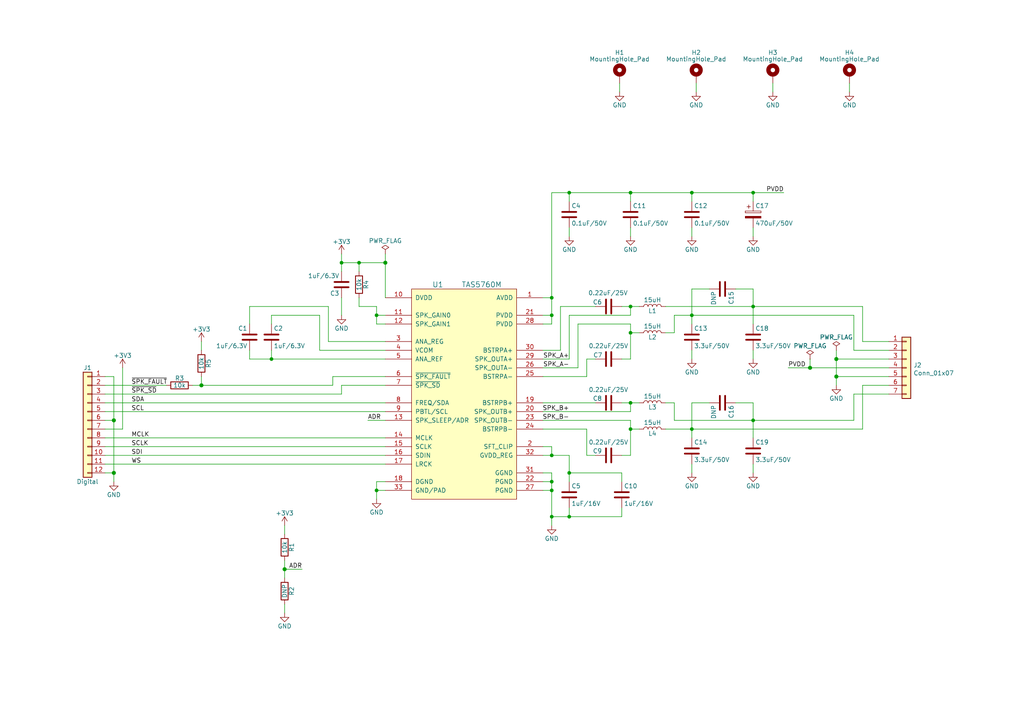
<source format=kicad_sch>
(kicad_sch (version 20210406) (generator eeschema)
  (paper "A4")
  (lib_symbols
    (symbol "Connector_Generic:Conn_01x07" (pin_names (offset 1.016) hide)
      (property "Reference" "J" (at 0 10.16 0))
      (property "Value" "Conn_01x07" (at 0 -10.16 0))
      (symbol "Conn_01x07_1_1"
        (rectangle (start -1.27 -7.493) (end 0 -7.747) (stroke (width 0.1524)))
        (rectangle (start -1.27 -4.953) (end 0 -5.207) (stroke (width 0.1524)))
        (rectangle (start -1.27 -2.413) (end 0 -2.667) (stroke (width 0.1524)))
        (rectangle (start -1.27 0.127) (end 0 -0.127) (stroke (width 0.1524)))
        (rectangle (start -1.27 2.667) (end 0 2.413) (stroke (width 0.1524)))
        (rectangle (start -1.27 5.207) (end 0 4.953) (stroke (width 0.1524)))
        (rectangle (start -1.27 7.747) (end 0 7.493) (stroke (width 0.1524)))
        (rectangle (start -1.27 8.89) (end 1.27 -8.89) (stroke (width 0.254)) (fill (type background)))
        (pin passive line (at -5.08 7.62 0) (length 3.81) (name "Pin_1") (number "1"))
        (pin passive line (at -5.08 5.08 0) (length 3.81) (name "Pin_2") (number "2"))
        (pin passive line (at -5.08 2.54 0) (length 3.81) (name "Pin_3") (number "3"))
        (pin passive line (at -5.08 0 0) (length 3.81) (name "Pin_4") (number "4"))
        (pin passive line (at -5.08 -2.54 0) (length 3.81) (name "Pin_5") (number "5"))
        (pin passive line (at -5.08 -5.08 0) (length 3.81) (name "Pin_6") (number "6"))
        (pin passive line (at -5.08 -7.62 0) (length 3.81) (name "Pin_7") (number "7"))
      )
    )
    (symbol "Connector_Generic:Conn_01x12" (pin_names (offset 1.016) hide)
      (property "Reference" "J" (at 0 15.24 0))
      (property "Value" "Conn_01x12" (at 0 -17.78 0))
      (symbol "Conn_01x12_1_1"
        (rectangle (start -1.27 -15.113) (end 0 -15.367) (stroke (width 0.1524)))
        (rectangle (start -1.27 -12.573) (end 0 -12.827) (stroke (width 0.1524)))
        (rectangle (start -1.27 -10.033) (end 0 -10.287) (stroke (width 0.1524)))
        (rectangle (start -1.27 -7.493) (end 0 -7.747) (stroke (width 0.1524)))
        (rectangle (start -1.27 -4.953) (end 0 -5.207) (stroke (width 0.1524)))
        (rectangle (start -1.27 -2.413) (end 0 -2.667) (stroke (width 0.1524)))
        (rectangle (start -1.27 0.127) (end 0 -0.127) (stroke (width 0.1524)))
        (rectangle (start -1.27 2.667) (end 0 2.413) (stroke (width 0.1524)))
        (rectangle (start -1.27 5.207) (end 0 4.953) (stroke (width 0.1524)))
        (rectangle (start -1.27 7.747) (end 0 7.493) (stroke (width 0.1524)))
        (rectangle (start -1.27 10.287) (end 0 10.033) (stroke (width 0.1524)))
        (rectangle (start -1.27 12.827) (end 0 12.573) (stroke (width 0.1524)))
        (rectangle (start -1.27 13.97) (end 1.27 -16.51) (stroke (width 0.254)) (fill (type background)))
        (pin passive line (at -5.08 12.7 0) (length 3.81) (name "Pin_1") (number "1"))
        (pin passive line (at -5.08 -10.16 0) (length 3.81) (name "Pin_10") (number "10"))
        (pin passive line (at -5.08 -12.7 0) (length 3.81) (name "Pin_11") (number "11"))
        (pin passive line (at -5.08 -15.24 0) (length 3.81) (name "Pin_12") (number "12"))
        (pin passive line (at -5.08 10.16 0) (length 3.81) (name "Pin_2") (number "2"))
        (pin passive line (at -5.08 7.62 0) (length 3.81) (name "Pin_3") (number "3"))
        (pin passive line (at -5.08 5.08 0) (length 3.81) (name "Pin_4") (number "4"))
        (pin passive line (at -5.08 2.54 0) (length 3.81) (name "Pin_5") (number "5"))
        (pin passive line (at -5.08 0 0) (length 3.81) (name "Pin_6") (number "6"))
        (pin passive line (at -5.08 -2.54 0) (length 3.81) (name "Pin_7") (number "7"))
        (pin passive line (at -5.08 -5.08 0) (length 3.81) (name "Pin_8") (number "8"))
        (pin passive line (at -5.08 -7.62 0) (length 3.81) (name "Pin_9") (number "9"))
      )
    )
    (symbol "Device:C" (pin_numbers hide) (pin_names (offset 0.254))
      (property "Reference" "C" (at 0.635 2.54 0))
      (property "Value" "C" (at 0.635 -2.54 0))
      (symbol "C_0_1"
        (polyline (pts (xy -2.032 -0.762) (xy 2.032 -0.762)) (stroke (width 0.508)))
        (polyline (pts (xy -2.032 0.762) (xy 2.032 0.762)) (stroke (width 0.508)))
      )
      (symbol "C_1_1"
        (pin passive line (at 0 3.81 270) (length 2.794) (name "~") (number "1"))
        (pin passive line (at 0 -3.81 90) (length 2.794) (name "~") (number "2"))
      )
    )
    (symbol "Device:C_Polarized" (pin_numbers hide) (pin_names (offset 0.254))
      (property "Reference" "C" (at 0.635 2.54 0))
      (property "Value" "C_Polarized" (at 0.635 -2.54 0))
      (symbol "C_Polarized_0_1"
        (rectangle (start -2.286 0.508) (end 2.286 1.016))
        (rectangle (start 2.286 -0.508) (end -2.286 -1.016) (fill (type outline)))
        (polyline (pts (xy -1.778 2.286) (xy -0.762 2.286)))
        (polyline (pts (xy -1.27 2.794) (xy -1.27 1.778)))
      )
      (symbol "C_Polarized_1_1"
        (pin passive line (at 0 3.81 270) (length 2.794) (name "~") (number "1"))
        (pin passive line (at 0 -3.81 90) (length 2.794) (name "~") (number "2"))
      )
    )
    (symbol "Device:L" (pin_numbers hide) (pin_names (offset 1.016) hide)
      (property "Reference" "L" (at -1.27 0 90))
      (property "Value" "L" (at 1.905 0 90))
      (symbol "L_0_1"
        (arc (start 0 -2.54) (end 0 -1.27) (radius (at 0 -1.905) (length 0.635) (angles -89.9 89.9)))
        (arc (start 0 -1.27) (end 0 0) (radius (at 0 -0.635) (length 0.635) (angles -89.9 89.9)))
        (arc (start 0 0) (end 0 1.27) (radius (at 0 0.635) (length 0.635) (angles -89.9 89.9)))
        (arc (start 0 1.27) (end 0 2.54) (radius (at 0 1.905) (length 0.635) (angles -89.9 89.9)))
      )
      (symbol "L_1_1"
        (pin passive line (at 0 3.81 270) (length 1.27) (name "1") (number "1"))
        (pin passive line (at 0 -3.81 90) (length 1.27) (name "2") (number "2"))
      )
    )
    (symbol "Device:R" (pin_numbers hide) (pin_names (offset 0))
      (property "Reference" "R" (at 2.032 0 90))
      (property "Value" "R" (at 0 0 90))
      (symbol "R_0_1"
        (rectangle (start -1.016 -2.54) (end 1.016 2.54) (stroke (width 0.254)))
      )
      (symbol "R_1_1"
        (pin passive line (at 0 3.81 270) (length 1.27) (name "~") (number "1"))
        (pin passive line (at 0 -3.81 90) (length 1.27) (name "~") (number "2"))
      )
    )
    (symbol "HackAmp-Symbols:TAS5760M" (pin_names (offset 1.016))
      (property "Reference" "U" (at -7.62 31.75 0))
      (property "Value" "TAS5760M" (at 5.08 31.75 0))
      (symbol "TAS5760M_1_1"
        (rectangle (start -15.24 -30.48) (end 15.24 30.48) (fill (type background)))
        (pin power_in line (at 22.86 27.94 180) (length 7.62) (name "AVDD") (number "1"))
        (pin power_in line (at -22.86 27.94 0) (length 7.62) (name "DVDD") (number "10"))
        (pin input line (at -22.86 22.86 0) (length 7.62) (name "SPK_GAIN0") (number "11"))
        (pin input line (at -22.86 20.32 0) (length 7.62) (name "SPK_GAIN1") (number "12"))
        (pin input line (at -22.86 -7.62 0) (length 7.62) (name "SPK_SLEEP/ADR") (number "13"))
        (pin input line (at -22.86 -12.7 0) (length 7.62) (name "MCLK") (number "14"))
        (pin input line (at -22.86 -15.24 0) (length 7.62) (name "SCLK") (number "15"))
        (pin input line (at -22.86 -17.78 0) (length 7.62) (name "SDIN") (number "16"))
        (pin input line (at -22.86 -20.32 0) (length 7.62) (name "LRCK") (number "17"))
        (pin power_in line (at -22.86 -25.4 0) (length 7.62) (name "DGND") (number "18"))
        (pin power_out line (at 22.86 -2.54 180) (length 7.62) (name "BSTRPB+") (number "19"))
        (pin input line (at 22.86 -15.24 180) (length 7.62) (name "SFT_CLIP") (number "2"))
        (pin output line (at 22.86 -5.08 180) (length 7.62) (name "SPK_OUTB+") (number "20"))
        (pin power_in line (at 22.86 22.86 180) (length 7.62) (name "PVDD") (number "21"))
        (pin power_in line (at 22.86 -25.4 180) (length 7.62) (name "PGND") (number "22"))
        (pin output line (at 22.86 -7.62 180) (length 7.62) (name "SPK_OUTB-") (number "23"))
        (pin power_out line (at 22.86 -10.16 180) (length 7.62) (name "BSTRPB-") (number "24"))
        (pin power_out line (at 22.86 5.08 180) (length 7.62) (name "BSTRPA-") (number "25"))
        (pin output line (at 22.86 7.62 180) (length 7.62) (name "SPK_OUTA-") (number "26"))
        (pin power_in line (at 22.86 -27.94 180) (length 7.62) (name "PGND") (number "27"))
        (pin power_in line (at 22.86 20.32 180) (length 7.62) (name "PVDD") (number "28"))
        (pin output line (at 22.86 10.16 180) (length 7.62) (name "SPK_OUTA+") (number "29"))
        (pin power_out line (at -22.86 15.24 0) (length 7.62) (name "ANA_REG") (number "3"))
        (pin power_out line (at 22.86 12.7 180) (length 7.62) (name "BSTRPA+") (number "30"))
        (pin power_in line (at 22.86 -22.86 180) (length 7.62) (name "GGND") (number "31"))
        (pin power_out line (at 22.86 -17.78 180) (length 7.62) (name "GVDD_REG") (number "32"))
        (pin power_in line (at -22.86 -27.94 0) (length 7.62) (name "GND/PAD") (number "33"))
        (pin power_out line (at -22.86 12.7 0) (length 7.62) (name "VCOM") (number "4"))
        (pin power_out line (at -22.86 10.16 0) (length 7.62) (name "ANA_REF") (number "5"))
        (pin output line (at -22.86 5.08 0) (length 7.62) (name "~SPK_FAULT") (number "6"))
        (pin output line (at -22.86 2.54 0) (length 7.62) (name "~SPK_SD") (number "7"))
        (pin input line (at -22.86 -2.54 0) (length 7.62) (name "FREQ/SDA") (number "8"))
        (pin input line (at -22.86 -5.08 0) (length 7.62) (name "PBTL/SCL") (number "9"))
      )
    )
    (symbol "Mechanical:MountingHole_Pad" (pin_numbers hide) (pin_names (offset 1.016) hide)
      (property "Reference" "H" (at 0 6.35 0))
      (property "Value" "MountingHole_Pad" (at 0 4.445 0))
      (symbol "MountingHole_Pad_0_1"
        (circle (center 0 1.27) (radius 1.27) (stroke (width 1.27)))
      )
      (symbol "MountingHole_Pad_1_1"
        (pin input line (at 0 -2.54 90) (length 2.54) (name "1") (number "1"))
      )
    )
    (symbol "power:+3V3" (power) (pin_names (offset 0))
      (property "Value" "+3V3" (at 0 3.556 0))
      (symbol "+3V3_0_1"
        (polyline (pts (xy -0.762 1.27) (xy 0 2.54)))
        (polyline (pts (xy 0 0) (xy 0 2.54)))
        (polyline (pts (xy 0 2.54) (xy 0.762 1.27)))
      )
      (symbol "+3V3_1_1"
        (pin power_in line (at 0 0 90) (length 0) hide (name "+3V3") (number "1"))
      )
    )
    (symbol "power:GND" (power) (pin_names (offset 0))
      (property "Value" "GND" (at 0 -3.81 0))
      (symbol "GND_0_1"
        (polyline (pts (xy 0 0) (xy 0 -1.27) (xy 1.27 -1.27) (xy 0 -2.54) (xy -1.27 -1.27) (xy 0 -1.27)))
      )
      (symbol "GND_1_1"
        (pin power_in line (at 0 0 270) (length 0) hide (name "GND") (number "1"))
      )
    )
    (symbol "power:PWR_FLAG" (power) (pin_numbers hide) (pin_names (offset 0) hide)
      (property "Value" "PWR_FLAG" (at 0 3.81 0))
      (symbol "PWR_FLAG_0_0"
        (pin power_out line (at 0 0 90) (length 0) (name "pwr") (number "1"))
      )
      (symbol "PWR_FLAG_0_1"
        (polyline (pts (xy 0 0) (xy 0 1.27) (xy -1.016 1.905) (xy 0 2.54) (xy 1.016 1.905) (xy 0 1.27)))
      )
    )
  )
  (junction (at 33.02 121.92) (diameter 1.016))
  (junction (at 33.02 137.16) (diameter 1.016))
  (junction (at 58.42 111.76) (diameter 1.016))
  (junction (at 78.74 104.14) (diameter 0.9144))
  (junction (at 82.55 165.1) (diameter 1.016))
  (junction (at 99.06 76.2) (diameter 0.9144))
  (junction (at 104.14 76.2) (diameter 0.9144))
  (junction (at 109.22 91.44) (diameter 0.9144))
  (junction (at 109.22 142.24) (diameter 0.9144))
  (junction (at 111.76 76.2) (diameter 1.016))
  (junction (at 160.02 86.36) (diameter 0.9144))
  (junction (at 160.02 91.44) (diameter 0.9144))
  (junction (at 160.02 132.08) (diameter 0.9144))
  (junction (at 160.02 139.7) (diameter 0.9144))
  (junction (at 160.02 142.24) (diameter 0.9144))
  (junction (at 160.02 149.86) (diameter 0.9144))
  (junction (at 165.1 55.88) (diameter 0.9144))
  (junction (at 165.1 137.16) (diameter 0.9144))
  (junction (at 165.1 149.86) (diameter 0.9144))
  (junction (at 182.88 55.88) (diameter 0.9144))
  (junction (at 182.88 88.9) (diameter 0.9144))
  (junction (at 182.88 96.52) (diameter 0.9144))
  (junction (at 182.88 116.84) (diameter 0.9144))
  (junction (at 182.88 124.46) (diameter 0.9144))
  (junction (at 200.66 55.88) (diameter 0.9144))
  (junction (at 200.66 91.44) (diameter 0.9144))
  (junction (at 200.66 124.46) (diameter 0.9144))
  (junction (at 218.44 55.88) (diameter 0.9144))
  (junction (at 218.44 88.9) (diameter 0.9144))
  (junction (at 218.44 121.92) (diameter 0.9144))
  (junction (at 234.95 106.68) (diameter 1.016))
  (junction (at 242.57 104.14) (diameter 1.016))
  (junction (at 242.57 109.22) (diameter 1.016))
  (wire (pts (xy 30.48 111.76) (xy 48.26 111.76)))
  (wire (pts (xy 30.48 114.3) (xy 99.06 114.3)))
  (wire (pts (xy 30.48 116.84) (xy 111.76 116.84)))
  (wire (pts (xy 30.48 119.38) (xy 111.76 119.38)))
  (wire (pts (xy 30.48 124.46) (xy 35.56 124.46)))
  (wire (pts (xy 30.48 127) (xy 111.76 127)))
  (wire (pts (xy 30.48 129.54) (xy 111.76 129.54)))
  (wire (pts (xy 30.48 132.08) (xy 111.76 132.08)))
  (wire (pts (xy 30.48 134.62) (xy 111.76 134.62)))
  (wire (pts (xy 33.02 109.22) (xy 30.48 109.22)))
  (wire (pts (xy 33.02 121.92) (xy 30.48 121.92)))
  (wire (pts (xy 33.02 121.92) (xy 33.02 109.22)))
  (wire (pts (xy 33.02 137.16) (xy 30.48 137.16)))
  (wire (pts (xy 33.02 137.16) (xy 33.02 121.92)))
  (wire (pts (xy 33.02 139.7) (xy 33.02 137.16)))
  (wire (pts (xy 35.56 124.46) (xy 35.56 106.68)))
  (wire (pts (xy 58.42 99.06) (xy 58.42 101.6)))
  (wire (pts (xy 58.42 109.22) (xy 58.42 111.76)))
  (wire (pts (xy 58.42 111.76) (xy 55.88 111.76)))
  (wire (pts (xy 72.39 88.9) (xy 72.39 93.98)))
  (wire (pts (xy 72.39 101.6) (xy 72.39 104.14)))
  (wire (pts (xy 72.39 104.14) (xy 78.74 104.14)))
  (wire (pts (xy 78.74 91.44) (xy 78.74 93.98)))
  (wire (pts (xy 78.74 91.44) (xy 92.71 91.44)))
  (wire (pts (xy 78.74 101.6) (xy 78.74 104.14)))
  (wire (pts (xy 78.74 104.14) (xy 111.76 104.14)))
  (wire (pts (xy 82.55 152.4) (xy 82.55 154.94)))
  (wire (pts (xy 82.55 162.56) (xy 82.55 165.1)))
  (wire (pts (xy 82.55 165.1) (xy 82.55 167.64)))
  (wire (pts (xy 82.55 175.26) (xy 82.55 177.8)))
  (wire (pts (xy 87.63 165.1) (xy 82.55 165.1)))
  (wire (pts (xy 92.71 91.44) (xy 92.71 101.6)))
  (wire (pts (xy 92.71 101.6) (xy 111.76 101.6)))
  (wire (pts (xy 95.25 88.9) (xy 72.39 88.9)))
  (wire (pts (xy 95.25 99.06) (xy 95.25 88.9)))
  (wire (pts (xy 96.52 109.22) (xy 96.52 111.76)))
  (wire (pts (xy 96.52 111.76) (xy 58.42 111.76)))
  (wire (pts (xy 99.06 73.66) (xy 99.06 76.2)))
  (wire (pts (xy 99.06 76.2) (xy 99.06 78.74)))
  (wire (pts (xy 99.06 76.2) (xy 104.14 76.2)))
  (wire (pts (xy 99.06 86.36) (xy 99.06 91.44)))
  (wire (pts (xy 99.06 111.76) (xy 99.06 114.3)))
  (wire (pts (xy 99.06 111.76) (xy 111.76 111.76)))
  (wire (pts (xy 104.14 76.2) (xy 104.14 78.74)))
  (wire (pts (xy 104.14 88.9) (xy 104.14 86.36)))
  (wire (pts (xy 106.68 121.92) (xy 111.76 121.92)))
  (wire (pts (xy 109.22 88.9) (xy 104.14 88.9)))
  (wire (pts (xy 109.22 88.9) (xy 109.22 91.44)))
  (wire (pts (xy 109.22 91.44) (xy 109.22 93.98)))
  (wire (pts (xy 109.22 93.98) (xy 111.76 93.98)))
  (wire (pts (xy 109.22 139.7) (xy 109.22 142.24)))
  (wire (pts (xy 109.22 142.24) (xy 109.22 144.78)))
  (wire (pts (xy 109.22 142.24) (xy 111.76 142.24)))
  (wire (pts (xy 111.76 73.66) (xy 111.76 76.2)))
  (wire (pts (xy 111.76 76.2) (xy 104.14 76.2)))
  (wire (pts (xy 111.76 86.36) (xy 111.76 76.2)))
  (wire (pts (xy 111.76 91.44) (xy 109.22 91.44)))
  (wire (pts (xy 111.76 99.06) (xy 95.25 99.06)))
  (wire (pts (xy 111.76 109.22) (xy 96.52 109.22)))
  (wire (pts (xy 111.76 139.7) (xy 109.22 139.7)))
  (wire (pts (xy 157.48 86.36) (xy 160.02 86.36)))
  (wire (pts (xy 157.48 91.44) (xy 160.02 91.44)))
  (wire (pts (xy 157.48 93.98) (xy 160.02 93.98)))
  (wire (pts (xy 157.48 106.68) (xy 167.64 106.68)))
  (wire (pts (xy 157.48 116.84) (xy 172.72 116.84)))
  (wire (pts (xy 157.48 121.92) (xy 182.88 121.92)))
  (wire (pts (xy 157.48 129.54) (xy 160.02 129.54)))
  (wire (pts (xy 157.48 132.08) (xy 160.02 132.08)))
  (wire (pts (xy 157.48 137.16) (xy 160.02 137.16)))
  (wire (pts (xy 157.48 139.7) (xy 160.02 139.7)))
  (wire (pts (xy 160.02 55.88) (xy 160.02 86.36)))
  (wire (pts (xy 160.02 55.88) (xy 165.1 55.88)))
  (wire (pts (xy 160.02 91.44) (xy 160.02 86.36)))
  (wire (pts (xy 160.02 93.98) (xy 160.02 91.44)))
  (wire (pts (xy 160.02 129.54) (xy 160.02 132.08)))
  (wire (pts (xy 160.02 137.16) (xy 160.02 139.7)))
  (wire (pts (xy 160.02 139.7) (xy 160.02 142.24)))
  (wire (pts (xy 160.02 142.24) (xy 157.48 142.24)))
  (wire (pts (xy 160.02 149.86) (xy 160.02 142.24)))
  (wire (pts (xy 160.02 149.86) (xy 160.02 152.4)))
  (wire (pts (xy 162.56 88.9) (xy 162.56 101.6)))
  (wire (pts (xy 162.56 101.6) (xy 157.48 101.6)))
  (wire (pts (xy 165.1 55.88) (xy 165.1 58.42)))
  (wire (pts (xy 165.1 66.04) (xy 165.1 68.58)))
  (wire (pts (xy 165.1 91.44) (xy 165.1 104.14)))
  (wire (pts (xy 165.1 104.14) (xy 157.48 104.14)))
  (wire (pts (xy 165.1 132.08) (xy 160.02 132.08)))
  (wire (pts (xy 165.1 137.16) (xy 165.1 132.08)))
  (wire (pts (xy 165.1 137.16) (xy 165.1 139.7)))
  (wire (pts (xy 165.1 137.16) (xy 180.34 137.16)))
  (wire (pts (xy 165.1 147.32) (xy 165.1 149.86)))
  (wire (pts (xy 165.1 149.86) (xy 160.02 149.86)))
  (wire (pts (xy 165.1 149.86) (xy 180.34 149.86)))
  (wire (pts (xy 167.64 93.98) (xy 182.88 93.98)))
  (wire (pts (xy 167.64 106.68) (xy 167.64 93.98)))
  (wire (pts (xy 170.18 104.14) (xy 170.18 109.22)))
  (wire (pts (xy 170.18 109.22) (xy 157.48 109.22)))
  (wire (pts (xy 170.18 124.46) (xy 157.48 124.46)))
  (wire (pts (xy 170.18 132.08) (xy 170.18 124.46)))
  (wire (pts (xy 172.72 88.9) (xy 162.56 88.9)))
  (wire (pts (xy 172.72 104.14) (xy 170.18 104.14)))
  (wire (pts (xy 172.72 132.08) (xy 170.18 132.08)))
  (wire (pts (xy 179.705 24.13) (xy 179.705 26.67)))
  (wire (pts (xy 180.34 88.9) (xy 182.88 88.9)))
  (wire (pts (xy 180.34 116.84) (xy 182.88 116.84)))
  (wire (pts (xy 180.34 137.16) (xy 180.34 139.7)))
  (wire (pts (xy 180.34 149.86) (xy 180.34 147.32)))
  (wire (pts (xy 182.88 55.88) (xy 165.1 55.88)))
  (wire (pts (xy 182.88 55.88) (xy 200.66 55.88)))
  (wire (pts (xy 182.88 58.42) (xy 182.88 55.88)))
  (wire (pts (xy 182.88 66.04) (xy 182.88 68.58)))
  (wire (pts (xy 182.88 88.9) (xy 182.88 91.44)))
  (wire (pts (xy 182.88 88.9) (xy 185.42 88.9)))
  (wire (pts (xy 182.88 91.44) (xy 165.1 91.44)))
  (wire (pts (xy 182.88 93.98) (xy 182.88 96.52)))
  (wire (pts (xy 182.88 96.52) (xy 182.88 104.14)))
  (wire (pts (xy 182.88 96.52) (xy 185.42 96.52)))
  (wire (pts (xy 182.88 104.14) (xy 180.34 104.14)))
  (wire (pts (xy 182.88 116.84) (xy 182.88 119.38)))
  (wire (pts (xy 182.88 116.84) (xy 185.42 116.84)))
  (wire (pts (xy 182.88 119.38) (xy 157.48 119.38)))
  (wire (pts (xy 182.88 121.92) (xy 182.88 124.46)))
  (wire (pts (xy 182.88 124.46) (xy 182.88 132.08)))
  (wire (pts (xy 182.88 124.46) (xy 185.42 124.46)))
  (wire (pts (xy 182.88 132.08) (xy 180.34 132.08)))
  (wire (pts (xy 193.04 88.9) (xy 218.44 88.9)))
  (wire (pts (xy 193.04 96.52) (xy 195.58 96.52)))
  (wire (pts (xy 193.04 124.46) (xy 200.66 124.46)))
  (wire (pts (xy 195.58 91.44) (xy 200.66 91.44)))
  (wire (pts (xy 195.58 96.52) (xy 195.58 91.44)))
  (wire (pts (xy 195.58 116.84) (xy 193.04 116.84)))
  (wire (pts (xy 195.58 121.92) (xy 195.58 116.84)))
  (wire (pts (xy 200.66 55.88) (xy 200.66 58.42)))
  (wire (pts (xy 200.66 55.88) (xy 218.44 55.88)))
  (wire (pts (xy 200.66 66.04) (xy 200.66 68.58)))
  (wire (pts (xy 200.66 83.82) (xy 205.74 83.82)))
  (wire (pts (xy 200.66 91.44) (xy 200.66 83.82)))
  (wire (pts (xy 200.66 91.44) (xy 200.66 93.98)))
  (wire (pts (xy 200.66 91.44) (xy 247.65 91.44)))
  (wire (pts (xy 200.66 101.6) (xy 200.66 104.14)))
  (wire (pts (xy 200.66 116.84) (xy 200.66 124.46)))
  (wire (pts (xy 200.66 124.46) (xy 200.66 127)))
  (wire (pts (xy 200.66 124.46) (xy 250.19 124.46)))
  (wire (pts (xy 200.66 134.62) (xy 200.66 137.16)))
  (wire (pts (xy 201.93 24.13) (xy 201.93 26.67)))
  (wire (pts (xy 205.74 116.84) (xy 200.66 116.84)))
  (wire (pts (xy 213.36 83.82) (xy 218.44 83.82)))
  (wire (pts (xy 213.36 116.84) (xy 218.44 116.84)))
  (wire (pts (xy 218.44 55.88) (xy 218.44 58.42)))
  (wire (pts (xy 218.44 55.88) (xy 227.33 55.88)))
  (wire (pts (xy 218.44 66.04) (xy 218.44 68.58)))
  (wire (pts (xy 218.44 83.82) (xy 218.44 88.9)))
  (wire (pts (xy 218.44 88.9) (xy 218.44 93.98)))
  (wire (pts (xy 218.44 88.9) (xy 250.19 88.9)))
  (wire (pts (xy 218.44 101.6) (xy 218.44 104.14)))
  (wire (pts (xy 218.44 116.84) (xy 218.44 121.92)))
  (wire (pts (xy 218.44 121.92) (xy 195.58 121.92)))
  (wire (pts (xy 218.44 121.92) (xy 218.44 127)))
  (wire (pts (xy 218.44 121.92) (xy 247.65 121.92)))
  (wire (pts (xy 218.44 134.62) (xy 218.44 137.16)))
  (wire (pts (xy 224.155 24.13) (xy 224.155 26.67)))
  (wire (pts (xy 228.6 106.68) (xy 234.95 106.68)))
  (wire (pts (xy 234.95 104.14) (xy 234.95 106.68)))
  (wire (pts (xy 234.95 106.68) (xy 257.81 106.68)))
  (wire (pts (xy 242.57 101.6) (xy 242.57 104.14)))
  (wire (pts (xy 242.57 104.14) (xy 257.81 104.14)))
  (wire (pts (xy 242.57 109.22) (xy 242.57 104.14)))
  (wire (pts (xy 242.57 109.22) (xy 257.81 109.22)))
  (wire (pts (xy 242.57 111.76) (xy 242.57 109.22)))
  (wire (pts (xy 246.38 24.13) (xy 246.38 26.67)))
  (wire (pts (xy 247.65 101.6) (xy 247.65 91.44)))
  (wire (pts (xy 247.65 114.3) (xy 247.65 121.92)))
  (wire (pts (xy 250.19 88.9) (xy 250.19 99.06)))
  (wire (pts (xy 250.19 99.06) (xy 257.81 99.06)))
  (wire (pts (xy 250.19 111.76) (xy 250.19 124.46)))
  (wire (pts (xy 250.19 111.76) (xy 257.81 111.76)))
  (wire (pts (xy 257.81 101.6) (xy 247.65 101.6)))
  (wire (pts (xy 257.81 114.3) (xy 247.65 114.3)))
  (label "~SPK_FAULT" (at 38.1 111.76 0))
  (label "~SPK_SD" (at 38.1 114.3 0))
  (label "SDA" (at 38.1 116.84 0))
  (label "SCL" (at 38.1 119.38 0))
  (label "MCLK" (at 38.1 127 0))
  (label "SCLK" (at 38.1 129.54 0))
  (label "SDI" (at 38.1 132.08 0))
  (label "WS" (at 38.1 134.62 0))
  (label "ADR" (at 87.63 165.1 180))
  (label "ADR" (at 106.68 121.92 0))
  (label "SPK_A+" (at 165.1 104.14 180))
  (label "SPK_A-" (at 165.1 106.68 180))
  (label "SPK_B+" (at 165.1 119.38 180))
  (label "SPK_B-" (at 165.1 121.92 180))
  (label "PVDD" (at 227.33 55.88 180))
  (label "PVDD" (at 228.6 106.68 0))
  (symbol (lib_id "power:+3V3") (at 35.56 106.68 0) (unit 1)
    (property "Reference" "#PWR0115" (effects hide))
    (property "Value" "+3V3" (at 35.56 103.124 0))
  )
  (symbol (lib_id "power:+3V3") (at 58.42 99.06 0) (unit 1)
    (property "Reference" "#PWR0122" (effects hide))
    (property "Value" "+3V3" (at 58.42 95.504 0))
  )
  (symbol (lib_id "power:+3V3") (at 82.55 152.4 0) (unit 1)
    (property "Reference" "#PWR0120" (effects hide))
    (property "Value" "+3V3" (at 82.55 148.844 0))
  )
  (symbol (lib_id "power:+3V3") (at 99.06 73.66 0) (unit 1)
    (property "Reference" "#PWR0117" (effects hide))
    (property "Value" "+3V3" (at 99.06 70.104 0))
  )
  (symbol (lib_id "power:PWR_FLAG") (at 111.76 73.66 0) (unit 1)
    (property "Reference" "#FLG0103" (effects hide))
    (property "Value" "PWR_FLAG" (at 111.76 69.85 0))
  )
  (symbol (lib_id "power:PWR_FLAG") (at 234.95 104.14 0) (unit 1)
    (property "Reference" "#FLG0102" (effects hide))
    (property "Value" "PWR_FLAG" (at 234.95 100.33 0))
  )
  (symbol (lib_id "power:PWR_FLAG") (at 242.57 101.6 0) (unit 1)
    (property "Reference" "#FLG0101" (effects hide))
    (property "Value" "PWR_FLAG" (at 242.57 97.79 0))
  )
  (symbol (lib_id "power:GND") (at 33.02 139.7 0) (unit 1)
    (property "Reference" "#PWR0119" (effects hide))
    (property "Value" "GND" (at 33.02 143.51 0))
  )
  (symbol (lib_id "power:GND") (at 82.55 177.8 0) (unit 1)
    (property "Reference" "#PWR0121" (effects hide))
    (property "Value" "GND" (at 82.55 181.61 0))
  )
  (symbol (lib_id "power:GND") (at 99.06 91.44 0) (unit 1)
    (property "Reference" "#PWR0116" (effects hide))
    (property "Value" "GND" (at 99.06 95.25 0))
  )
  (symbol (lib_id "power:GND") (at 109.22 144.78 0) (unit 1)
    (property "Reference" "#PWR0118" (effects hide))
    (property "Value" "GND" (at 109.22 148.59 0))
  )
  (symbol (lib_id "power:GND") (at 160.02 152.4 0) (unit 1)
    (property "Reference" "#PWR0101" (effects hide))
    (property "Value" "GND" (at 160.02 156.21 0))
  )
  (symbol (lib_id "power:GND") (at 165.1 68.58 0) (unit 1)
    (property "Reference" "#PWR0103" (effects hide))
    (property "Value" "GND" (at 165.1 72.39 0))
  )
  (symbol (lib_id "power:GND") (at 179.705 26.67 0) (unit 1)
    (property "Reference" "#PWR0104" (effects hide))
    (property "Value" "GND" (at 179.705 30.48 0))
  )
  (symbol (lib_id "power:GND") (at 182.88 68.58 0) (unit 1)
    (property "Reference" "#PWR0102" (effects hide))
    (property "Value" "GND" (at 182.88 72.39 0))
  )
  (symbol (lib_id "power:GND") (at 200.66 68.58 0) (unit 1)
    (property "Reference" "#PWR0111" (effects hide))
    (property "Value" "GND" (at 200.66 72.39 0))
  )
  (symbol (lib_id "power:GND") (at 200.66 104.14 0) (unit 1)
    (property "Reference" "#PWR0110" (effects hide))
    (property "Value" "GND" (at 200.66 107.95 0))
  )
  (symbol (lib_id "power:GND") (at 200.66 137.16 0) (unit 1)
    (property "Reference" "#PWR0113" (effects hide))
    (property "Value" "GND" (at 200.66 140.97 0))
  )
  (symbol (lib_id "power:GND") (at 201.93 26.67 0) (unit 1)
    (property "Reference" "#PWR0105" (effects hide))
    (property "Value" "GND" (at 201.93 30.48 0))
  )
  (symbol (lib_id "power:GND") (at 218.44 68.58 0) (unit 1)
    (property "Reference" "#PWR0114" (effects hide))
    (property "Value" "GND" (at 218.44 72.39 0))
  )
  (symbol (lib_id "power:GND") (at 218.44 104.14 0) (unit 1)
    (property "Reference" "#PWR0109" (effects hide))
    (property "Value" "GND" (at 218.44 107.95 0))
  )
  (symbol (lib_id "power:GND") (at 218.44 137.16 0) (unit 1)
    (property "Reference" "#PWR0112" (effects hide))
    (property "Value" "GND" (at 218.44 140.97 0))
  )
  (symbol (lib_id "power:GND") (at 224.155 26.67 0) (unit 1)
    (property "Reference" "#PWR0106" (effects hide))
    (property "Value" "GND" (at 224.155 30.48 0))
  )
  (symbol (lib_id "power:GND") (at 242.57 111.76 0) (unit 1)
    (property "Reference" "#PWR0108" (effects hide))
    (property "Value" "GND" (at 242.57 115.57 0))
  )
  (symbol (lib_id "power:GND") (at 246.38 26.67 0) (unit 1)
    (property "Reference" "#PWR0107" (effects hide))
    (property "Value" "GND" (at 246.38 30.48 0))
  )
  (symbol (lib_id "Device:L") (at 189.23 88.9 90) (unit 1)
    (property "Reference" "L1" (at 189.23 90.17 90))
    (property "Value" "15uH" (at 189.23 86.995 90))
    (property "Footprint" "HackAmp-Footprints:L_Bourns_SRR1208" (effects hide))
    (property "Part Name" "Bourns SRR1208-150ML" (effects hide))
    (property "Mouser" "652-SRR1208-150ML" (effects hide))
  )
  (symbol (lib_id "Device:L") (at 189.23 96.52 90) (unit 1)
    (property "Reference" "L2" (at 189.23 97.79 90))
    (property "Value" "15uH" (at 189.23 94.615 90))
    (property "Footprint" "HackAmp-Footprints:L_Bourns_SRR1208" (effects hide))
    (property "Part Name" "Bourns SRR1208-150ML" (effects hide))
    (property "Mouser" "652-SRR1208-150ML" (effects hide))
  )
  (symbol (lib_id "Device:L") (at 189.23 116.84 90) (unit 1)
    (property "Reference" "L3" (at 189.23 118.11 90))
    (property "Value" "15uH" (at 189.23 114.935 90))
    (property "Footprint" "HackAmp-Footprints:L_Bourns_SRR1208" (effects hide))
    (property "Part Name" "Bourns SRR1208-150ML" (effects hide))
    (property "Mouser" "652-SRR1208-150ML" (effects hide))
  )
  (symbol (lib_id "Device:L") (at 189.23 124.46 90) (unit 1)
    (property "Reference" "L4" (at 189.23 125.73 90))
    (property "Value" "15uH" (at 189.23 122.555 90))
    (property "Footprint" "HackAmp-Footprints:L_Bourns_SRR1208" (effects hide))
    (property "Part Name" "Bourns SRR1208-150ML" (effects hide))
    (property "Mouser" "652-SRR1208-150ML" (effects hide))
  )
  (symbol (lib_id "Device:R") (at 52.07 111.76 270) (mirror x) (unit 1)
    (property "Reference" "R3" (at 52.07 109.728 90))
    (property "Value" "10k" (at 52.07 111.76 90))
    (property "Footprint" "Resistor_SMD:R_0603_1608Metric" (effects hide))
    (property "Mouser" "652-CR0603FX-1002ELF" (effects hide))
    (property "Part Name" "Bourns CR0603-FX-1002ELF" (effects hide))
  )
  (symbol (lib_id "Device:R") (at 58.42 105.41 0) (unit 1)
    (property "Reference" "R5" (at 60.452 105.41 90))
    (property "Value" "10k" (at 58.42 105.41 90))
    (property "Footprint" "Resistor_SMD:R_0603_1608Metric" (effects hide))
  )
  (symbol (lib_id "Device:R") (at 82.55 158.75 0) (unit 1)
    (property "Reference" "R1" (at 84.582 158.75 90))
    (property "Value" "10k" (at 82.55 158.75 90))
    (property "Footprint" "Resistor_SMD:R_0603_1608Metric" (effects hide))
  )
  (symbol (lib_id "Device:R") (at 82.55 171.45 0) (unit 1)
    (property "Reference" "R2" (at 84.582 171.45 90))
    (property "Value" "DNP" (at 82.55 171.45 90))
    (property "Footprint" "Resistor_SMD:R_0603_1608Metric" (effects hide))
  )
  (symbol (lib_id "Device:R") (at 104.14 82.55 0) (unit 1)
    (property "Reference" "R4" (at 106.172 82.55 90))
    (property "Value" "10k" (at 104.14 82.55 90))
    (property "Footprint" "Resistor_SMD:R_0603_1608Metric" (effects hide))
    (property "Mouser" "652-CR0603FX-1002ELF" (effects hide))
    (property "Part Name" "Bourns CR0603-FX-1002ELF" (effects hide))
  )
  (symbol (lib_id "Mechanical:MountingHole_Pad") (at 179.705 21.59 0) (unit 1) (in_bom no)
    (property "Reference" "H1" (at 179.705 15.24 0))
    (property "Value" "MountingHole_Pad" (at 179.705 17.145 0))
    (property "Footprint" "MountingHole:MountingHole_3.2mm_M3_ISO7380_Pad" (effects hide))
  )
  (symbol (lib_id "Mechanical:MountingHole_Pad") (at 201.93 21.59 0) (unit 1) (in_bom no)
    (property "Reference" "H2" (at 201.93 15.24 0))
    (property "Value" "MountingHole_Pad" (at 201.93 17.145 0))
    (property "Footprint" "MountingHole:MountingHole_3.2mm_M3_ISO7380_Pad" (effects hide))
  )
  (symbol (lib_id "Mechanical:MountingHole_Pad") (at 224.155 21.59 0) (unit 1) (in_bom no)
    (property "Reference" "H3" (at 224.155 15.24 0))
    (property "Value" "MountingHole_Pad" (at 224.155 17.145 0))
    (property "Footprint" "MountingHole:MountingHole_3.2mm_M3_ISO7380_Pad" (effects hide))
  )
  (symbol (lib_id "Mechanical:MountingHole_Pad") (at 246.38 21.59 0) (unit 1) (in_bom no)
    (property "Reference" "H4" (at 246.38 15.24 0))
    (property "Value" "MountingHole_Pad" (at 246.38 17.145 0))
    (property "Footprint" "MountingHole:MountingHole_3.2mm_M3_ISO7380_Pad" (effects hide))
  )
  (symbol (lib_id "Device:C") (at 72.39 97.79 0) (mirror y) (unit 1)
    (property "Reference" "C1" (at 71.755 95.25 0) (effects (justify left)))
    (property "Value" "1uF/6.3V" (at 71.755 100.33 0) (effects (justify left)))
    (property "Footprint" "Capacitor_SMD:C_0603_1608Metric" (effects hide))
    (property "Mouser" "963-EMK107BJ105KA-T" (effects hide))
    (property "Part Name" "Yaiyo Yuden EMK107BJ105KA-T" (effects hide))
  )
  (symbol (lib_id "Device:C") (at 78.74 97.79 0) (unit 1)
    (property "Reference" "C2" (at 79.375 95.25 0) (effects (justify left)))
    (property "Value" "1uF/6.3V" (at 79.375 100.33 0) (effects (justify left)))
    (property "Footprint" "Capacitor_SMD:C_0603_1608Metric" (effects hide))
    (property "Mouser" "963-EMK107BJ105KA-T" (effects hide))
    (property "Part Name" "Yaiyo Yuden EMK107BJ105KA-T" (effects hide))
  )
  (symbol (lib_id "Device:C") (at 99.06 82.55 180) (unit 1)
    (property "Reference" "C3" (at 98.425 85.09 0) (effects (justify left)))
    (property "Value" "1uF/6.3V" (at 98.425 80.01 0) (effects (justify left)))
    (property "Footprint" "Capacitor_SMD:C_0603_1608Metric" (effects hide))
    (property "Mouser" "963-EMK107BJ105KA-T" (effects hide))
    (property "Part Name" "Yaiyo Yuden EMK107BJ105KA-T" (effects hide))
  )
  (symbol (lib_id "Device:C") (at 165.1 62.23 0) (unit 1)
    (property "Reference" "C4" (at 165.735 59.69 0) (effects (justify left)))
    (property "Value" "0.1uF/50V" (at 165.735 64.77 0) (effects (justify left)))
    (property "Footprint" "Capacitor_SMD:C_0603_1608Metric" (effects hide))
    (property "Mouser" "581-06035G104Z" (effects hide))
    (property "Part Name" "AVX 06035G104ZAT2A" (effects hide))
  )
  (symbol (lib_id "Device:C") (at 165.1 143.51 0) (unit 1)
    (property "Reference" "C5" (at 165.735 140.97 0) (effects (justify left)))
    (property "Value" "1uF/16V" (at 165.735 146.05 0) (effects (justify left)))
    (property "Footprint" "Capacitor_SMD:C_0603_1608Metric" (effects hide))
    (property "Mouser" "963-EMK107BJ105KA-T" (effects hide))
    (property "Part Name" "Yaiyo Yuden EMK107BJ105KA-T" (effects hide))
  )
  (symbol (lib_id "Device:C") (at 176.53 88.9 90) (unit 1)
    (property "Reference" "C6" (at 174.625 87.63 90) (effects (justify left)))
    (property "Value" "0.22uF/25V" (at 182.118 84.963 90) (effects (justify left)))
    (property "Footprint" "Capacitor_SMD:C_0805_2012Metric" (effects hide))
    (property "Mouser" "187-CL21B224KBFNNNG" (effects hide))
    (property "Part Name" "Samsung CL21B224KBFNNNG" (effects hide))
  )
  (symbol (lib_id "Device:C") (at 176.53 104.14 90) (unit 1)
    (property "Reference" "C7" (at 174.752 102.997 90) (effects (justify left)))
    (property "Value" "0.22uF/25V" (at 182.245 100.33 90) (effects (justify left)))
    (property "Footprint" "Capacitor_SMD:C_0805_2012Metric" (effects hide))
    (property "Mouser" "187-CL21B224KBFNNNG" (effects hide))
    (property "Part Name" "Samsung CL21B224KBFNNNG" (effects hide))
  )
  (symbol (lib_id "Device:C") (at 176.53 116.84 90) (unit 1)
    (property "Reference" "C8" (at 174.625 115.57 90) (effects (justify left)))
    (property "Value" "0.22uF/25V" (at 182.245 113.03 90) (effects (justify left)))
    (property "Footprint" "Capacitor_SMD:C_0805_2012Metric" (effects hide))
    (property "Mouser" "187-CL21B224KBFNNNG" (effects hide))
    (property "Part Name" "Samsung CL21B224KBFNNNG" (effects hide))
  )
  (symbol (lib_id "Device:C") (at 176.53 132.08 90) (unit 1)
    (property "Reference" "C9" (at 174.625 130.81 90) (effects (justify left)))
    (property "Value" "0.22uF/25V" (at 182.245 128.27 90) (effects (justify left)))
    (property "Footprint" "Capacitor_SMD:C_0805_2012Metric" (effects hide))
    (property "Mouser" "187-CL21B224KBFNNNG" (effects hide))
    (property "Part Name" "Samsung CL21B224KBFNNNG" (effects hide))
  )
  (symbol (lib_id "Device:C") (at 180.34 143.51 0) (unit 1)
    (property "Reference" "C10" (at 180.975 140.97 0) (effects (justify left)))
    (property "Value" "1uF/16V" (at 180.975 146.05 0) (effects (justify left)))
    (property "Footprint" "Capacitor_SMD:C_0603_1608Metric" (effects hide))
    (property "Mouser" "963-EMK107BJ105KA-T" (effects hide))
    (property "Part Name" "Yaiyo Yuden EMK107BJ105KA-T" (effects hide))
  )
  (symbol (lib_id "Device:C") (at 182.88 62.23 0) (unit 1)
    (property "Reference" "C11" (at 183.515 59.69 0) (effects (justify left)))
    (property "Value" "0.1uF/50V" (at 183.515 64.77 0) (effects (justify left)))
    (property "Footprint" "Capacitor_SMD:C_0603_1608Metric" (effects hide))
    (property "Mouser" "581-06035G104Z" (effects hide))
    (property "Part Name" "AVX 06035G104ZAT2A" (effects hide))
  )
  (symbol (lib_id "Device:C") (at 200.66 62.23 0) (unit 1)
    (property "Reference" "C12" (at 201.295 59.69 0) (effects (justify left)))
    (property "Value" "0.1uF/50V" (at 201.295 64.77 0) (effects (justify left)))
    (property "Footprint" "Capacitor_SMD:C_0603_1608Metric" (effects hide))
    (property "Mouser" "581-06035G104Z" (effects hide))
    (property "Part Name" "AVX 06035G104ZAT2A" (effects hide))
  )
  (symbol (lib_id "Device:C") (at 200.66 97.79 0) (unit 1)
    (property "Reference" "C13" (at 201.295 95.25 0) (effects (justify left)))
    (property "Value" "3.3uF/50V" (at 201.295 100.33 0) (effects (justify left)))
    (property "Footprint" "Capacitor_SMD:C_0805_2012Metric" (effects hide))
    (property "Part Name" "TDK C2012X5R1H335K125AB" (effects hide))
    (property "Mouser" "810-C2012X5R1H335K" (effects hide))
  )
  (symbol (lib_id "Device:C") (at 200.66 130.81 0) (unit 1)
    (property "Reference" "C14" (at 201.295 128.27 0) (effects (justify left)))
    (property "Value" "3.3uF/50V" (at 201.295 133.35 0) (effects (justify left)))
    (property "Footprint" "Capacitor_SMD:C_0805_2012Metric" (effects hide))
    (property "Part Name" "TDK C2012X5R1H335K125AB" (effects hide))
    (property "Mouser" "810-C2012X5R1H335K" (effects hide))
  )
  (symbol (lib_id "Device:C") (at 209.55 83.82 270) (unit 1)
    (property "Reference" "C15" (at 212.09 84.455 0) (effects (justify left)))
    (property "Value" "DNP" (at 207.01 84.455 0) (effects (justify left)))
    (property "Footprint" "Capacitor_THT:C_Rect_L10.3mm_W4.5mm_P7.50mm_MKS4" (effects hide))
  )
  (symbol (lib_id "Device:C") (at 209.55 116.84 270) (unit 1)
    (property "Reference" "C16" (at 212.09 117.475 0) (effects (justify left)))
    (property "Value" "DNP" (at 207.01 117.475 0) (effects (justify left)))
    (property "Footprint" "Capacitor_THT:C_Rect_L10.3mm_W4.5mm_P7.50mm_MKS4" (effects hide))
  )
  (symbol (lib_id "Device:C_Polarized") (at 218.44 62.23 0) (unit 1)
    (property "Reference" "C17" (at 219.075 59.69 0) (effects (justify left)))
    (property "Value" "470uF/50V" (at 219.075 64.77 0) (effects (justify left)))
    (property "Footprint" "HackAmp-Footprints:CP_Elec_16x17.5_Nichicon" (effects hide))
    (property "Part Name" "Nichicon UCD1J471MNQ1MS" (effects hide))
    (property "Mouser" "647-UCD1J471MNQ1MS" (effects hide))
  )
  (symbol (lib_id "Device:C") (at 218.44 97.79 0) (unit 1)
    (property "Reference" "C18" (at 219.075 95.25 0) (effects (justify left)))
    (property "Value" "3.3uF/50V" (at 219.075 100.33 0) (effects (justify left)))
    (property "Footprint" "Capacitor_SMD:C_0805_2012Metric" (effects hide))
    (property "Part Name" "TDK C2012X5R1H335K125AB" (effects hide))
    (property "Mouser" "810-C2012X5R1H335K" (effects hide))
  )
  (symbol (lib_id "Device:C") (at 218.44 130.81 0) (unit 1)
    (property "Reference" "C19" (at 219.075 128.27 0) (effects (justify left)))
    (property "Value" "3.3uF/50V" (at 219.075 133.35 0) (effects (justify left)))
    (property "Footprint" "Capacitor_SMD:C_0805_2012Metric" (effects hide))
    (property "Part Name" "TDK C2012X5R1H335K125AB" (effects hide))
    (property "Mouser" "810-C2012X5R1H335K" (effects hide))
  )
  (symbol (lib_id "Connector_Generic:Conn_01x07") (at 262.89 106.68 0) (unit 1)
    (property "Reference" "J2" (at 264.9221 105.9191 0) (effects (justify left)))
    (property "Value" "Conn_01x07" (at 264.9221 108.2178 0) (effects (justify left)))
    (property "Footprint" "Connector_PinHeader_2.54mm:PinHeader_1x07_P2.54mm_Vertical" (effects hide))
  )
  (symbol (lib_id "Connector_Generic:Conn_01x12") (at 25.4 121.92 0) (mirror y) (unit 1)
    (property "Reference" "J1" (at 25.4 106.68 0))
    (property "Value" "Digital" (at 25.4 139.7 0))
    (property "Footprint" "Connector_PinHeader_2.54mm:PinHeader_1x12_P2.54mm_Vertical" (effects hide))
  )
  (symbol (lib_id "HackAmp-Symbols:TAS5760M") (at 134.62 114.3 0) (unit 1)
    (property "Reference" "U1" (at 127 82.55 0) (effects (font (size 1.524 1.524))))
    (property "Value" "TAS5760M" (at 139.7 82.55 0) (effects (font (size 1.524 1.524))))
    (property "Footprint" "HackAmp-Footprints:TexasInstruments_DAP32" (effects hide))
    (property "Datasheet" "https://www.ti.com/lit/ds/symlink/tas5760m.pdf" (effects hide))
    (property "Mouser" "595-TAS5760MDAP" (effects hide))
    (property "Part Name" "Texas Instruments TAS5760MDAP" (effects hide))
  )
)
</source>
